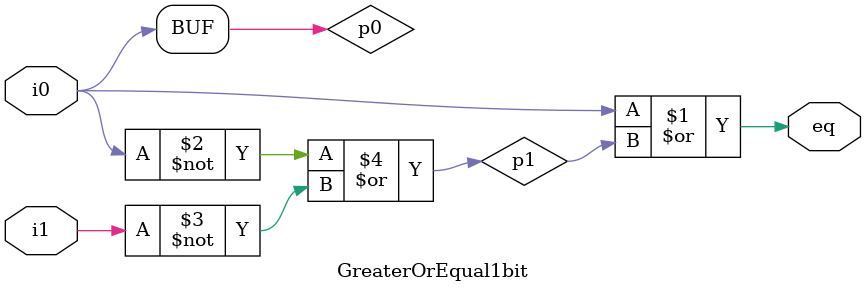
<source format=v>
module GreaterOrEqual1bit
   // I/O ports
   (
    input wire i0, i1,
    output wire eq
   );

   // signal declaration
   wire p0, p1;

   // body
   // sum of two product terms
   assign eq = p0 | p1;
   // product terms
   assign p0 = i0;
   assign p1 = ~i0 | ~i1;

endmodule
</source>
